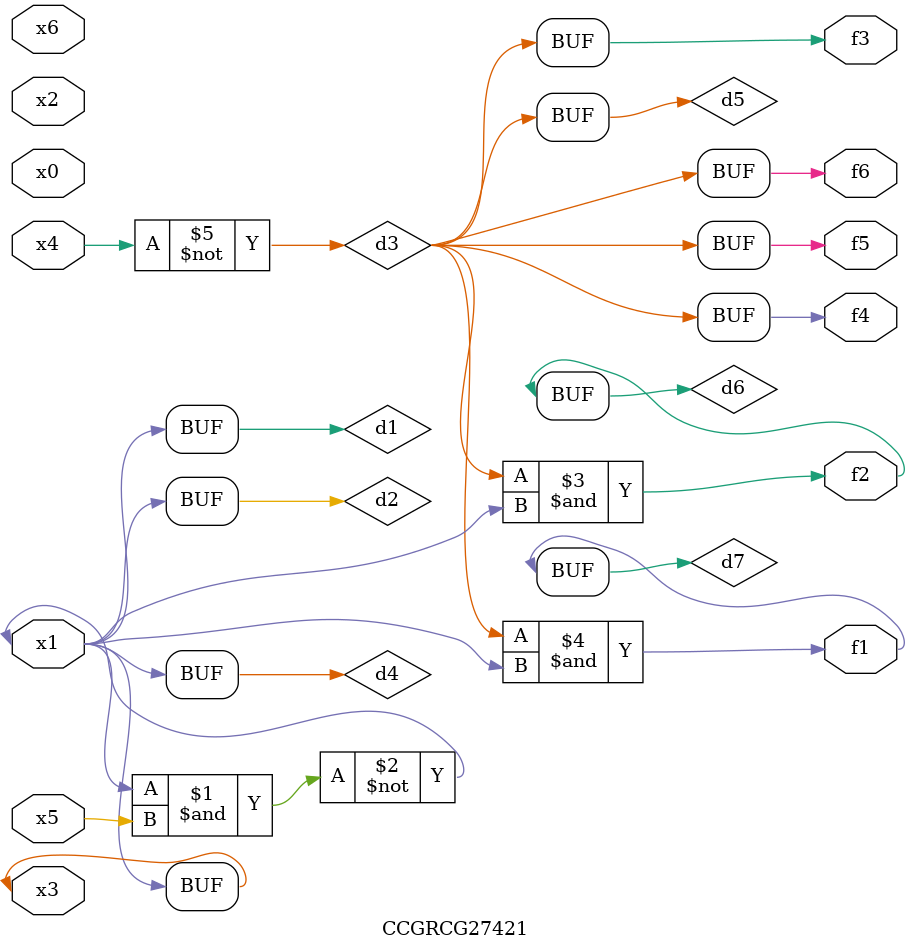
<source format=v>
module CCGRCG27421(
	input x0, x1, x2, x3, x4, x5, x6,
	output f1, f2, f3, f4, f5, f6
);

	wire d1, d2, d3, d4, d5, d6, d7;

	buf (d1, x1, x3);
	nand (d2, x1, x5);
	not (d3, x4);
	buf (d4, d1, d2);
	buf (d5, d3);
	and (d6, d3, d4);
	and (d7, d3, d4);
	assign f1 = d7;
	assign f2 = d6;
	assign f3 = d5;
	assign f4 = d5;
	assign f5 = d5;
	assign f6 = d5;
endmodule

</source>
